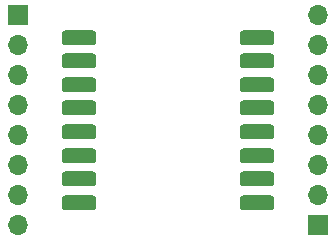
<source format=gbr>
%TF.GenerationSoftware,KiCad,Pcbnew,8.0.6*%
%TF.CreationDate,2024-11-12T13:12:49-05:00*%
%TF.ProjectId,lora_breakout,6c6f7261-5f62-4726-9561-6b6f75742e6b,rev?*%
%TF.SameCoordinates,Original*%
%TF.FileFunction,Soldermask,Top*%
%TF.FilePolarity,Negative*%
%FSLAX46Y46*%
G04 Gerber Fmt 4.6, Leading zero omitted, Abs format (unit mm)*
G04 Created by KiCad (PCBNEW 8.0.6) date 2024-11-12 13:12:49*
%MOMM*%
%LPD*%
G01*
G04 APERTURE LIST*
G04 Aperture macros list*
%AMRoundRect*
0 Rectangle with rounded corners*
0 $1 Rounding radius*
0 $2 $3 $4 $5 $6 $7 $8 $9 X,Y pos of 4 corners*
0 Add a 4 corners polygon primitive as box body*
4,1,4,$2,$3,$4,$5,$6,$7,$8,$9,$2,$3,0*
0 Add four circle primitives for the rounded corners*
1,1,$1+$1,$2,$3*
1,1,$1+$1,$4,$5*
1,1,$1+$1,$6,$7*
1,1,$1+$1,$8,$9*
0 Add four rect primitives between the rounded corners*
20,1,$1+$1,$2,$3,$4,$5,0*
20,1,$1+$1,$4,$5,$6,$7,0*
20,1,$1+$1,$6,$7,$8,$9,0*
20,1,$1+$1,$8,$9,$2,$3,0*%
G04 Aperture macros list end*
%ADD10O,1.700000X1.700000*%
%ADD11R,1.700000X1.700000*%
%ADD12RoundRect,0.317500X-1.157500X-0.317500X1.157500X-0.317500X1.157500X0.317500X-1.157500X0.317500X0*%
G04 APERTURE END LIST*
D10*
%TO.C,J2*%
X127000000Y-93980000D03*
X127000000Y-91440000D03*
X127000000Y-88900000D03*
X127000000Y-86360000D03*
X127000000Y-83820000D03*
X127000000Y-81280000D03*
X127000000Y-78740000D03*
D11*
X127000000Y-76200000D03*
%TD*%
%TO.C,J1*%
X152400000Y-93980000D03*
D10*
X152400000Y-91440000D03*
X152400000Y-88900000D03*
X152400000Y-86360000D03*
X152400000Y-83820000D03*
X152400000Y-81280000D03*
X152400000Y-78740000D03*
X152400000Y-76200000D03*
%TD*%
D12*
%TO.C,U1*%
X147225000Y-78090000D03*
X147225000Y-80090000D03*
X147225000Y-82090000D03*
X147225000Y-84090000D03*
X147225000Y-86090000D03*
X147225000Y-88090000D03*
X147225000Y-90090000D03*
X147225000Y-92090000D03*
X132175000Y-92090000D03*
X132175000Y-90090000D03*
X132175000Y-88090000D03*
X132175000Y-86090000D03*
X132175000Y-84090000D03*
X132175000Y-82090000D03*
X132175000Y-80090000D03*
X132175000Y-78090000D03*
%TD*%
M02*

</source>
